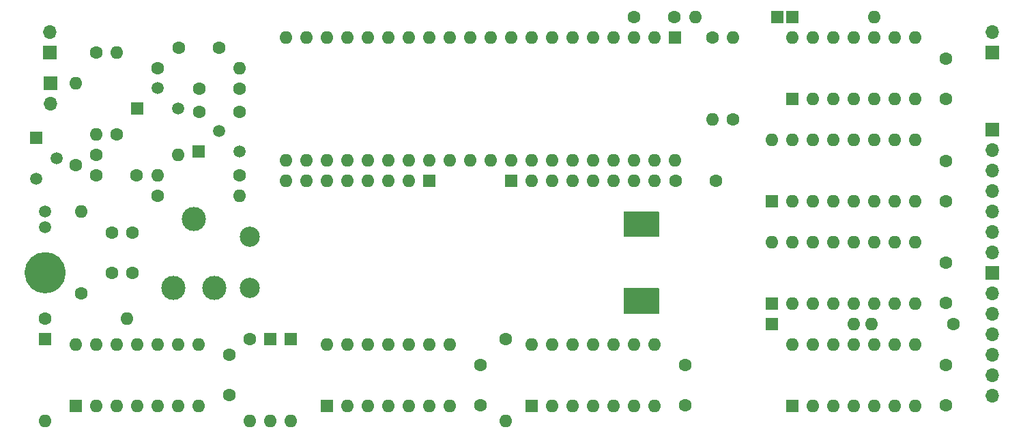
<source format=gbr>
%TF.GenerationSoftware,KiCad,Pcbnew,8.0.1*%
%TF.CreationDate,2024-05-17T17:30:14+02:00*%
%TF.ProjectId,modul_MH106,6d6f6475-6c5f-44d4-9831-30362e6b6963,rev?*%
%TF.SameCoordinates,Original*%
%TF.FileFunction,Soldermask,Top*%
%TF.FilePolarity,Negative*%
%FSLAX46Y46*%
G04 Gerber Fmt 4.6, Leading zero omitted, Abs format (unit mm)*
G04 Created by KiCad (PCBNEW 8.0.1) date 2024-05-17 17:30:14*
%MOMM*%
%LPD*%
G01*
G04 APERTURE LIST*
%ADD10C,2.575000*%
%ADD11R,1.600000X1.600000*%
%ADD12O,1.600000X1.600000*%
%ADD13C,1.600000*%
%ADD14R,1.700000X1.700000*%
%ADD15O,1.700000X1.700000*%
%ADD16R,1.500000X1.500000*%
%ADD17C,1.500000*%
%ADD18C,2.500000*%
%ADD19C,3.000000*%
G04 APERTURE END LIST*
D10*
X97807500Y-90170000D02*
G75*
G02*
X95232500Y-90170000I-1287500J0D01*
G01*
X95232500Y-90170000D02*
G75*
G02*
X97807500Y-90170000I1287500J0D01*
G01*
D11*
%TO.C,V6*%
X186690000Y-96520000D03*
D12*
X196850000Y-96520000D03*
%TD*%
%TO.C,R16*%
X199072500Y-96520000D03*
D13*
X209232500Y-96520000D03*
%TD*%
%TO.C,R15*%
X100330000Y-76835000D03*
D12*
X100330000Y-66675000D03*
%TD*%
D13*
%TO.C,C16*%
X175895000Y-101600000D03*
X175895000Y-106600000D03*
%TD*%
D11*
%TO.C,R9*%
X154305000Y-78740000D03*
D12*
X156845000Y-78740000D03*
X159385000Y-78740000D03*
X161925000Y-78740000D03*
X164465000Y-78740000D03*
X167005000Y-78740000D03*
X169545000Y-78740000D03*
X172085000Y-78740000D03*
%TD*%
D14*
%TO.C,X5*%
X97130000Y-62845000D03*
D15*
X97130000Y-60305000D03*
%TD*%
D13*
%TO.C,C3*%
X107315000Y-90170000D03*
X107315000Y-85170000D03*
%TD*%
D14*
%TO.C,X4*%
X97180000Y-66695000D03*
D15*
X97180000Y-69235000D03*
%TD*%
D11*
%TO.C,D3*%
X189230000Y-68580000D03*
D12*
X191770000Y-68580000D03*
X194310000Y-68580000D03*
X196850000Y-68580000D03*
X199390000Y-68580000D03*
X201930000Y-68580000D03*
X204470000Y-68580000D03*
X204470000Y-60960000D03*
X201930000Y-60960000D03*
X199390000Y-60960000D03*
X196850000Y-60960000D03*
X194310000Y-60960000D03*
X191770000Y-60960000D03*
X189230000Y-60960000D03*
%TD*%
D13*
%TO.C,R11*%
X121920000Y-98425000D03*
D12*
X121920000Y-108585000D03*
%TD*%
D11*
%TO.C,A1*%
X100330000Y-106680000D03*
D12*
X102870000Y-106680000D03*
X105410000Y-106680000D03*
X107950000Y-106680000D03*
X110490000Y-106680000D03*
X113030000Y-106680000D03*
X115570000Y-106680000D03*
X115570000Y-99060000D03*
X113030000Y-99060000D03*
X110490000Y-99060000D03*
X107950000Y-99060000D03*
X105410000Y-99060000D03*
X102870000Y-99060000D03*
X100330000Y-99060000D03*
%TD*%
D13*
%TO.C,C10*%
X119380000Y-100370000D03*
X119380000Y-105370000D03*
%TD*%
%TO.C,R14*%
X96520000Y-95885000D03*
D12*
X106680000Y-95885000D03*
%TD*%
D11*
%TO.C,D7*%
X156845000Y-106680000D03*
D12*
X159385000Y-106680000D03*
X161925000Y-106680000D03*
X164465000Y-106680000D03*
X167005000Y-106680000D03*
X169545000Y-106680000D03*
X172085000Y-106680000D03*
X172085000Y-99060000D03*
X169545000Y-99060000D03*
X167005000Y-99060000D03*
X164465000Y-99060000D03*
X161925000Y-99060000D03*
X159385000Y-99060000D03*
X156845000Y-99060000D03*
%TD*%
D13*
%TO.C,C14*%
X208280000Y-76280000D03*
X208280000Y-81280000D03*
%TD*%
D11*
%TO.C,V1*%
X127000000Y-98425000D03*
D12*
X127000000Y-108585000D03*
%TD*%
D13*
%TO.C,C13*%
X208280000Y-88940000D03*
X208280000Y-93940000D03*
%TD*%
%TO.C,R6*%
X102870000Y-62865000D03*
D12*
X102870000Y-73025000D03*
%TD*%
D13*
%TO.C,R8*%
X179324000Y-60960000D03*
D12*
X179324000Y-71120000D03*
%TD*%
D13*
%TO.C,C4*%
X115610000Y-70231000D03*
X120610000Y-70231000D03*
%TD*%
%TO.C,R13*%
X100965000Y-92710000D03*
D12*
X100965000Y-82550000D03*
%TD*%
D13*
%TO.C,R2*%
X102870000Y-75565000D03*
D12*
X113030000Y-75565000D03*
%TD*%
D13*
%TO.C,C15*%
X150495000Y-101600000D03*
X150495000Y-106600000D03*
%TD*%
D11*
%TO.C,D2*%
X189230000Y-106680000D03*
D12*
X191770000Y-106680000D03*
X194310000Y-106680000D03*
X196850000Y-106680000D03*
X199390000Y-106680000D03*
X201930000Y-106680000D03*
X204470000Y-106680000D03*
X204470000Y-99060000D03*
X201930000Y-99060000D03*
X199390000Y-99060000D03*
X196850000Y-99060000D03*
X194310000Y-99060000D03*
X191770000Y-99060000D03*
X189230000Y-99060000D03*
%TD*%
D16*
%TO.C,VT1*%
X115570000Y-75145000D03*
D17*
X118110000Y-72605000D03*
X120650000Y-75145000D03*
%TD*%
D16*
%TO.C,VT2*%
X107940000Y-69811000D03*
D17*
X110480000Y-67271000D03*
X113020000Y-69811000D03*
%TD*%
D13*
%TO.C,R12*%
X153670000Y-98425000D03*
D12*
X153670000Y-108585000D03*
%TD*%
D13*
%TO.C,C8*%
X169545000Y-58420000D03*
X174545000Y-58420000D03*
%TD*%
D18*
%TO.C,Y1*%
X121920000Y-92075000D03*
X121920000Y-85725000D03*
%TD*%
D13*
%TO.C,R3*%
X120650000Y-78105000D03*
D12*
X110490000Y-78105000D03*
%TD*%
D13*
%TO.C,R4*%
X110490000Y-64770000D03*
D12*
X120650000Y-64770000D03*
%TD*%
D16*
%TO.C,VT3*%
X95416000Y-73396000D03*
D17*
X97956000Y-75936000D03*
X95416000Y-78476000D03*
%TD*%
D13*
%TO.C,C9*%
X179705000Y-78740000D03*
X174705000Y-78740000D03*
%TD*%
%TO.C,R7*%
X181864000Y-71120000D03*
D12*
X181864000Y-60960000D03*
%TD*%
D19*
%TO.C,C1*%
X117475000Y-92075000D03*
X112395000Y-92075000D03*
X114935000Y-83502500D03*
%TD*%
D13*
%TO.C,C7*%
X118110000Y-62230000D03*
X113110000Y-62230000D03*
%TD*%
D14*
%TO.C,X3*%
X213995000Y-62865000D03*
D15*
X213995000Y-60325000D03*
%TD*%
D13*
%TO.C,R5*%
X105410000Y-73025000D03*
D12*
X105410000Y-62865000D03*
%TD*%
D13*
%TO.C,C5*%
X120610000Y-67310000D03*
X115610000Y-67310000D03*
%TD*%
D11*
%TO.C,V3*%
X96520000Y-98425000D03*
D12*
X96520000Y-108585000D03*
%TD*%
D11*
%TO.C,D6*%
X186690000Y-81280000D03*
D12*
X189230000Y-81280000D03*
X191770000Y-81280000D03*
X194310000Y-81280000D03*
X196850000Y-81280000D03*
X199390000Y-81280000D03*
X201930000Y-81280000D03*
X204470000Y-81280000D03*
X204470000Y-73660000D03*
X201930000Y-73660000D03*
X199390000Y-73660000D03*
X196850000Y-73660000D03*
X194310000Y-73660000D03*
X191770000Y-73660000D03*
X189230000Y-73660000D03*
X186690000Y-73660000D03*
%TD*%
D13*
%TO.C,C6*%
X102870000Y-78105000D03*
X107870000Y-78105000D03*
%TD*%
D11*
%TO.C,D5*%
X131440000Y-106670000D03*
D12*
X133980000Y-106670000D03*
X136520000Y-106670000D03*
X139060000Y-106670000D03*
X141600000Y-106670000D03*
X144140000Y-106670000D03*
X146680000Y-106670000D03*
X146680000Y-99050000D03*
X144140000Y-99050000D03*
X141600000Y-99050000D03*
X139060000Y-99050000D03*
X136520000Y-99050000D03*
X133980000Y-99050000D03*
X131440000Y-99050000D03*
%TD*%
D13*
%TO.C,C2*%
X104775000Y-90170000D03*
X104775000Y-85170000D03*
%TD*%
D11*
%TO.C,V5*%
X187325000Y-58420000D03*
D12*
X177165000Y-58420000D03*
%TD*%
D13*
%TO.C,C11*%
X208280000Y-101640000D03*
X208280000Y-106640000D03*
%TD*%
D11*
%TO.C,R10*%
X144145000Y-78740000D03*
D12*
X141605000Y-78740000D03*
X139065000Y-78740000D03*
X136525000Y-78740000D03*
X133985000Y-78740000D03*
X131445000Y-78740000D03*
X128905000Y-78740000D03*
X126365000Y-78740000D03*
%TD*%
D13*
%TO.C,R1*%
X110490000Y-80645000D03*
D12*
X120650000Y-80645000D03*
%TD*%
D13*
%TO.C,C12*%
X208280000Y-63580000D03*
X208280000Y-68580000D03*
%TD*%
D11*
%TO.C,V4*%
X189230000Y-58420000D03*
D12*
X199390000Y-58420000D03*
%TD*%
D11*
%TO.C,D4*%
X186690000Y-93970000D03*
D12*
X189230000Y-93970000D03*
X191770000Y-93970000D03*
X194310000Y-93970000D03*
X196850000Y-93970000D03*
X199390000Y-93970000D03*
X201930000Y-93970000D03*
X204470000Y-93970000D03*
X204470000Y-86350000D03*
X201930000Y-86350000D03*
X199390000Y-86350000D03*
X196850000Y-86350000D03*
X194310000Y-86350000D03*
X191770000Y-86350000D03*
X189230000Y-86350000D03*
X186690000Y-86350000D03*
%TD*%
D17*
%TO.C,C17*%
X96520000Y-82550000D03*
X96520000Y-84550000D03*
%TD*%
D11*
%TO.C,V2*%
X124460000Y-98425000D03*
D12*
X124460000Y-108585000D03*
%TD*%
D11*
%TO.C,D1*%
X174625000Y-60960000D03*
D12*
X172085000Y-60960000D03*
X169545000Y-60960000D03*
X167005000Y-60960000D03*
X164465000Y-60960000D03*
X161925000Y-60960000D03*
X159385000Y-60960000D03*
X156845000Y-60960000D03*
X154305000Y-60960000D03*
X151765000Y-60960000D03*
X149225000Y-60960000D03*
X146685000Y-60960000D03*
X144145000Y-60960000D03*
X141605000Y-60960000D03*
X139065000Y-60960000D03*
X136525000Y-60960000D03*
X133985000Y-60960000D03*
X131445000Y-60960000D03*
X128905000Y-60960000D03*
X126365000Y-60960000D03*
X126365000Y-76200000D03*
X128905000Y-76200000D03*
X131445000Y-76200000D03*
X133985000Y-76200000D03*
X136525000Y-76200000D03*
X139065000Y-76200000D03*
X141605000Y-76200000D03*
X144145000Y-76200000D03*
X146685000Y-76200000D03*
X149225000Y-76200000D03*
X151765000Y-76200000D03*
X154305000Y-76200000D03*
X156845000Y-76200000D03*
X159385000Y-76200000D03*
X161925000Y-76200000D03*
X164465000Y-76200000D03*
X167005000Y-76200000D03*
X169545000Y-76200000D03*
X172085000Y-76200000D03*
X174625000Y-76200000D03*
%TD*%
D14*
%TO.C,X1*%
X214020000Y-72390000D03*
D15*
X214020000Y-74930000D03*
X214020000Y-77470000D03*
X214020000Y-80010000D03*
X214020000Y-82550000D03*
X214020000Y-85090000D03*
X214020000Y-87630000D03*
%TD*%
D14*
%TO.C,X2*%
X214020000Y-90170000D03*
D15*
X214020000Y-92710000D03*
X214020000Y-95250000D03*
X214020000Y-97790000D03*
X214020000Y-100330000D03*
X214020000Y-102870000D03*
X214020000Y-105410000D03*
%TD*%
G36*
X172662121Y-82570002D02*
G01*
X172708614Y-82623658D01*
X172720000Y-82676000D01*
X172720000Y-85599000D01*
X172699998Y-85667121D01*
X172646342Y-85713614D01*
X172594000Y-85725000D01*
X168401000Y-85725000D01*
X168332879Y-85704998D01*
X168286386Y-85651342D01*
X168275000Y-85599000D01*
X168275000Y-82676000D01*
X168295002Y-82607879D01*
X168348658Y-82561386D01*
X168401000Y-82550000D01*
X172594000Y-82550000D01*
X172662121Y-82570002D01*
G37*
G36*
X172662121Y-92095002D02*
G01*
X172708614Y-92148658D01*
X172720000Y-92201000D01*
X172720000Y-95124000D01*
X172699998Y-95192121D01*
X172646342Y-95238614D01*
X172594000Y-95250000D01*
X168401000Y-95250000D01*
X168332879Y-95229998D01*
X168286386Y-95176342D01*
X168275000Y-95124000D01*
X168275000Y-92201000D01*
X168295002Y-92132879D01*
X168348658Y-92086386D01*
X168401000Y-92075000D01*
X172594000Y-92075000D01*
X172662121Y-92095002D01*
G37*
M02*

</source>
